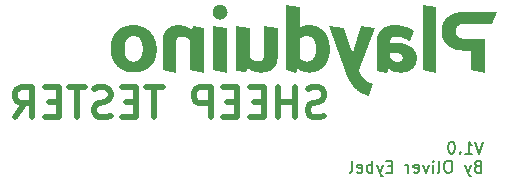
<source format=gbr>
%TF.GenerationSoftware,KiCad,Pcbnew,9.0.2*%
%TF.CreationDate,2025-11-22T23:03:57+01:00*%
%TF.ProjectId,playduino_sheep_tester,706c6179-6475-4696-9e6f-5f7368656570,rev?*%
%TF.SameCoordinates,Original*%
%TF.FileFunction,Legend,Bot*%
%TF.FilePolarity,Positive*%
%FSLAX46Y46*%
G04 Gerber Fmt 4.6, Leading zero omitted, Abs format (unit mm)*
G04 Created by KiCad (PCBNEW 9.0.2) date 2025-11-22 23:03:57*
%MOMM*%
%LPD*%
G01*
G04 APERTURE LIST*
G04 Aperture macros list*
%AMRoundRect*
0 Rectangle with rounded corners*
0 $1 Rounding radius*
0 $2 $3 $4 $5 $6 $7 $8 $9 X,Y pos of 4 corners*
0 Add a 4 corners polygon primitive as box body*
4,1,4,$2,$3,$4,$5,$6,$7,$8,$9,$2,$3,0*
0 Add four circle primitives for the rounded corners*
1,1,$1+$1,$2,$3*
1,1,$1+$1,$4,$5*
1,1,$1+$1,$6,$7*
1,1,$1+$1,$8,$9*
0 Add four rect primitives between the rounded corners*
20,1,$1+$1,$2,$3,$4,$5,0*
20,1,$1+$1,$4,$5,$6,$7,0*
20,1,$1+$1,$6,$7,$8,$9,0*
20,1,$1+$1,$8,$9,$2,$3,0*%
G04 Aperture macros list end*
%ADD10C,0.000000*%
%ADD11C,0.500000*%
%ADD12C,0.200000*%
%ADD13C,1.498600*%
%ADD14RoundRect,0.249999X0.790001X1.550001X-0.790001X1.550001X-0.790001X-1.550001X0.790001X-1.550001X0*%
%ADD15O,2.080000X3.600000*%
%ADD16R,1.700000X1.700000*%
%ADD17C,1.700000*%
%ADD18R,1.800000X1.800000*%
%ADD19C,1.800000*%
%ADD20C,3.250000*%
%ADD21RoundRect,0.102000X-0.699000X-0.699000X0.699000X-0.699000X0.699000X0.699000X-0.699000X0.699000X0*%
%ADD22C,1.602000*%
%ADD23R,1.600000X1.600000*%
%ADD24C,1.600000*%
%ADD25RoundRect,0.102000X-0.762000X-0.762000X0.762000X-0.762000X0.762000X0.762000X-0.762000X0.762000X0*%
%ADD26C,1.728000*%
%ADD27C,6.404000*%
G04 APERTURE END LIST*
D10*
G36*
X170633896Y-83539750D02*
G01*
X170631793Y-83657309D01*
X170625504Y-83771798D01*
X170615060Y-83883125D01*
X170600493Y-83991196D01*
X170581833Y-84095918D01*
X170559111Y-84197199D01*
X170532358Y-84294944D01*
X170517480Y-84342463D01*
X170501606Y-84389063D01*
X170484365Y-84435261D01*
X170466377Y-84480587D01*
X170447637Y-84525037D01*
X170428142Y-84568607D01*
X170407886Y-84611294D01*
X170386868Y-84653093D01*
X170365081Y-84694001D01*
X170342524Y-84734013D01*
X170319192Y-84773126D01*
X170295080Y-84811336D01*
X170270185Y-84848640D01*
X170244504Y-84885032D01*
X170218032Y-84920510D01*
X170190766Y-84955069D01*
X170162701Y-84988706D01*
X170133834Y-85021417D01*
X170104194Y-85053226D01*
X170073827Y-85084152D01*
X170042746Y-85114178D01*
X170010967Y-85143290D01*
X169978507Y-85171472D01*
X169945379Y-85198708D01*
X169911601Y-85224983D01*
X169877187Y-85250281D01*
X169842153Y-85274587D01*
X169806514Y-85297886D01*
X169770287Y-85320161D01*
X169733485Y-85341397D01*
X169696126Y-85361579D01*
X169658224Y-85380692D01*
X169619794Y-85398719D01*
X169580854Y-85415646D01*
X169541538Y-85431520D01*
X169501975Y-85446398D01*
X169462163Y-85460277D01*
X169422103Y-85473151D01*
X169381796Y-85485018D01*
X169341240Y-85495873D01*
X169300436Y-85505713D01*
X169259384Y-85514534D01*
X169218085Y-85522331D01*
X169176537Y-85529101D01*
X169134741Y-85534841D01*
X169092697Y-85539545D01*
X169050405Y-85543211D01*
X169007864Y-85545834D01*
X168965076Y-85547411D01*
X168922040Y-85547937D01*
X168869487Y-85547349D01*
X168818000Y-85545586D01*
X168767590Y-85542653D01*
X168718270Y-85538553D01*
X168670050Y-85533290D01*
X168622942Y-85526869D01*
X168576958Y-85519293D01*
X168532110Y-85510565D01*
X168488409Y-85500690D01*
X168445867Y-85489672D01*
X168404496Y-85477515D01*
X168364306Y-85464222D01*
X168325311Y-85449797D01*
X168287520Y-85434244D01*
X168250947Y-85417567D01*
X168215602Y-85399770D01*
X168172334Y-85376335D01*
X168129902Y-85351691D01*
X168088401Y-85325868D01*
X168047923Y-85298898D01*
X168008561Y-85270812D01*
X167970409Y-85241641D01*
X167933559Y-85211415D01*
X167898104Y-85180166D01*
X167786977Y-85547937D01*
X166921790Y-85373312D01*
X166921790Y-82708959D01*
X168080666Y-82708959D01*
X168080666Y-84285875D01*
X168093285Y-84303549D01*
X168106333Y-84320850D01*
X168119809Y-84337779D01*
X168133706Y-84354336D01*
X168148023Y-84370522D01*
X168162754Y-84386335D01*
X168177896Y-84401775D01*
X168193445Y-84416844D01*
X168209397Y-84431541D01*
X168225748Y-84445866D01*
X168242494Y-84459818D01*
X168259632Y-84473399D01*
X168277158Y-84486607D01*
X168295067Y-84499444D01*
X168313356Y-84511908D01*
X168332021Y-84524000D01*
X168351150Y-84535098D01*
X168370830Y-84545565D01*
X168391052Y-84555388D01*
X168411809Y-84564556D01*
X168433093Y-84573057D01*
X168454897Y-84580881D01*
X168477212Y-84588014D01*
X168500031Y-84594446D01*
X168523346Y-84600164D01*
X168547149Y-84605158D01*
X168571433Y-84609416D01*
X168596190Y-84612925D01*
X168621412Y-84615675D01*
X168647091Y-84617654D01*
X168673220Y-84618849D01*
X168699791Y-84619251D01*
X168719077Y-84619003D01*
X168738239Y-84618264D01*
X168757277Y-84617036D01*
X168776190Y-84615323D01*
X168794980Y-84613130D01*
X168813645Y-84610460D01*
X168832187Y-84607318D01*
X168850604Y-84603706D01*
X168868898Y-84599630D01*
X168887067Y-84595092D01*
X168905112Y-84590097D01*
X168923034Y-84584648D01*
X168940831Y-84578750D01*
X168958504Y-84572406D01*
X168976053Y-84565620D01*
X168993479Y-84558396D01*
X169010222Y-84550706D01*
X169026717Y-84542516D01*
X169042964Y-84533822D01*
X169058963Y-84524621D01*
X169074714Y-84514907D01*
X169090217Y-84504679D01*
X169105472Y-84493931D01*
X169120479Y-84482659D01*
X169135238Y-84470861D01*
X169149748Y-84458532D01*
X169164011Y-84445667D01*
X169178026Y-84432265D01*
X169191792Y-84418319D01*
X169205310Y-84403827D01*
X169218581Y-84388785D01*
X169231603Y-84373188D01*
X169244812Y-84356973D01*
X169257653Y-84340079D01*
X169270130Y-84322511D01*
X169282246Y-84304272D01*
X169294006Y-84285367D01*
X169305413Y-84265799D01*
X169316471Y-84245572D01*
X169327184Y-84224691D01*
X169337556Y-84203158D01*
X169347591Y-84180978D01*
X169357293Y-84158154D01*
X169366665Y-84134691D01*
X169375712Y-84110592D01*
X169384437Y-84085862D01*
X169392844Y-84060504D01*
X169400937Y-84034521D01*
X169409092Y-84007362D01*
X169416694Y-83979470D01*
X169423744Y-83950858D01*
X169430249Y-83921536D01*
X169436210Y-83891516D01*
X169441633Y-83860811D01*
X169450878Y-83797388D01*
X169458015Y-83731361D01*
X169463074Y-83662823D01*
X169466087Y-83591866D01*
X169467084Y-83518584D01*
X169465968Y-83445539D01*
X169462619Y-83375254D01*
X169457038Y-83307759D01*
X169449224Y-83243086D01*
X169439178Y-83181266D01*
X169426899Y-83122329D01*
X169412388Y-83066307D01*
X169404296Y-83039398D01*
X169395645Y-83013230D01*
X169386531Y-82988238D01*
X169377052Y-82963863D01*
X169367217Y-82940101D01*
X169357033Y-82916946D01*
X169346508Y-82894397D01*
X169335649Y-82872448D01*
X169324465Y-82851096D01*
X169312963Y-82830336D01*
X169301151Y-82810167D01*
X169289037Y-82790582D01*
X169276628Y-82771578D01*
X169263933Y-82753153D01*
X169250958Y-82735300D01*
X169237712Y-82718018D01*
X169224203Y-82701301D01*
X169210437Y-82685146D01*
X169196423Y-82670483D01*
X169182160Y-82656264D01*
X169167649Y-82642504D01*
X169152891Y-82629212D01*
X169137884Y-82616401D01*
X169122629Y-82604082D01*
X169107126Y-82592266D01*
X169091375Y-82580967D01*
X169075376Y-82570194D01*
X169059129Y-82559960D01*
X169042634Y-82550277D01*
X169025891Y-82541155D01*
X169008900Y-82532607D01*
X168991661Y-82524645D01*
X168974173Y-82517279D01*
X168956438Y-82510521D01*
X168937990Y-82503793D01*
X168919360Y-82497499D01*
X168900552Y-82491639D01*
X168881569Y-82486213D01*
X168862416Y-82481221D01*
X168843096Y-82476663D01*
X168823613Y-82472539D01*
X168803972Y-82468850D01*
X168784175Y-82465594D01*
X168764227Y-82462772D01*
X168744132Y-82460385D01*
X168723894Y-82458432D01*
X168703516Y-82456912D01*
X168683002Y-82455827D01*
X168662357Y-82455176D01*
X168641584Y-82454959D01*
X168619354Y-82455268D01*
X168597317Y-82456194D01*
X168575483Y-82457732D01*
X168553857Y-82459879D01*
X168532449Y-82462630D01*
X168511266Y-82465982D01*
X168490315Y-82469930D01*
X168469604Y-82474472D01*
X168449141Y-82479603D01*
X168428935Y-82485319D01*
X168408991Y-82491616D01*
X168389319Y-82498491D01*
X168369927Y-82505940D01*
X168350820Y-82513958D01*
X168332009Y-82522542D01*
X168313500Y-82531688D01*
X168297223Y-82540307D01*
X168281140Y-82549289D01*
X168265258Y-82558628D01*
X168249586Y-82568316D01*
X168234131Y-82578346D01*
X168218901Y-82588708D01*
X168203903Y-82599396D01*
X168189145Y-82610402D01*
X168174636Y-82621718D01*
X168160382Y-82633336D01*
X168146392Y-82645248D01*
X168132673Y-82657448D01*
X168119233Y-82669926D01*
X168106080Y-82682676D01*
X168093222Y-82695690D01*
X168080666Y-82708959D01*
X166921790Y-82708959D01*
X166921790Y-79787959D01*
X168078022Y-79965230D01*
X168078022Y-81716771D01*
X168104945Y-81702255D01*
X168132178Y-81688453D01*
X168159784Y-81675332D01*
X168187823Y-81662863D01*
X168216359Y-81651013D01*
X168245452Y-81639753D01*
X168275166Y-81629051D01*
X168305562Y-81618876D01*
X168337961Y-81608303D01*
X168370659Y-81598412D01*
X168403643Y-81589203D01*
X168436903Y-81580677D01*
X168470426Y-81572832D01*
X168504201Y-81565670D01*
X168572460Y-81553391D01*
X168641588Y-81543841D01*
X168711491Y-81537020D01*
X168782076Y-81532927D01*
X168853250Y-81531563D01*
X168904563Y-81532121D01*
X168955306Y-81533796D01*
X169005468Y-81536586D01*
X169055036Y-81540493D01*
X169104001Y-81545516D01*
X169152348Y-81551655D01*
X169200068Y-81558910D01*
X169247149Y-81567282D01*
X169293578Y-81576770D01*
X169339345Y-81587374D01*
X169384437Y-81599094D01*
X169428843Y-81611930D01*
X169472552Y-81625883D01*
X169515551Y-81640952D01*
X169557829Y-81657137D01*
X169599375Y-81674438D01*
X169640674Y-81693259D01*
X169681225Y-81713015D01*
X169721024Y-81733708D01*
X169760068Y-81755343D01*
X169798352Y-81777923D01*
X169835872Y-81801454D01*
X169872625Y-81825937D01*
X169908607Y-81851378D01*
X169943813Y-81877780D01*
X169978241Y-81905147D01*
X170011885Y-81933484D01*
X170044743Y-81962793D01*
X170076810Y-81993078D01*
X170108082Y-82024344D01*
X170138557Y-82056595D01*
X170168228Y-82089834D01*
X170196568Y-82123505D01*
X170224039Y-82158036D01*
X170250642Y-82193421D01*
X170276377Y-82229650D01*
X170301244Y-82266716D01*
X170325243Y-82304611D01*
X170348373Y-82343329D01*
X170370636Y-82382860D01*
X170392030Y-82423197D01*
X170412556Y-82464333D01*
X170432213Y-82506259D01*
X170451003Y-82548969D01*
X170468924Y-82592453D01*
X170485977Y-82636705D01*
X170502162Y-82681716D01*
X170517479Y-82727480D01*
X170544512Y-82820115D01*
X170568040Y-82915417D01*
X170588034Y-83013323D01*
X170604462Y-83113771D01*
X170617293Y-83216701D01*
X170626496Y-83322048D01*
X170632041Y-83429752D01*
X170633539Y-83518584D01*
X170633896Y-83539750D01*
G37*
G36*
X179632374Y-79965230D02*
G01*
X179632374Y-85547938D01*
X178489374Y-85370667D01*
X178489374Y-79787959D01*
X179632374Y-79965230D01*
G37*
G36*
X161371385Y-79804657D02*
G01*
X161403275Y-79807098D01*
X161434711Y-79811118D01*
X161465655Y-79816676D01*
X161496066Y-79823731D01*
X161525904Y-79832245D01*
X161555128Y-79842176D01*
X161583699Y-79853485D01*
X161611576Y-79866130D01*
X161638720Y-79880073D01*
X161665089Y-79895272D01*
X161690643Y-79911688D01*
X161715344Y-79929280D01*
X161739149Y-79948008D01*
X161762019Y-79967832D01*
X161783914Y-79988712D01*
X161804794Y-80010607D01*
X161824618Y-80033477D01*
X161843346Y-80057282D01*
X161860938Y-80081982D01*
X161877353Y-80107537D01*
X161892553Y-80133906D01*
X161906495Y-80161050D01*
X161919141Y-80188927D01*
X161930449Y-80217498D01*
X161940380Y-80246722D01*
X161948894Y-80276560D01*
X161955950Y-80306971D01*
X161961508Y-80337915D01*
X161965527Y-80369352D01*
X161967969Y-80401241D01*
X161968791Y-80433542D01*
X161967969Y-80465844D01*
X161965527Y-80497733D01*
X161961508Y-80529169D01*
X161955950Y-80560113D01*
X161948894Y-80590524D01*
X161940380Y-80620362D01*
X161930449Y-80649587D01*
X161919141Y-80678158D01*
X161906495Y-80706035D01*
X161892553Y-80733178D01*
X161877353Y-80759547D01*
X161860938Y-80785102D01*
X161843346Y-80809802D01*
X161824618Y-80833608D01*
X161804794Y-80856478D01*
X161783914Y-80878373D01*
X161762019Y-80899253D01*
X161739149Y-80919077D01*
X161715344Y-80937805D01*
X161690643Y-80955397D01*
X161665089Y-80971812D01*
X161638720Y-80987012D01*
X161611576Y-81000954D01*
X161583699Y-81013600D01*
X161555128Y-81024908D01*
X161525904Y-81034839D01*
X161496066Y-81043353D01*
X161465655Y-81050409D01*
X161434711Y-81055967D01*
X161403275Y-81059987D01*
X161371385Y-81062428D01*
X161339084Y-81063251D01*
X161306783Y-81062435D01*
X161274893Y-81060016D01*
X161243457Y-81056030D01*
X161212513Y-81050517D01*
X161182102Y-81043517D01*
X161152264Y-81035066D01*
X161123039Y-81025205D01*
X161094468Y-81013972D01*
X161066591Y-81001405D01*
X161039448Y-80987545D01*
X161013078Y-80972428D01*
X160987524Y-80956094D01*
X160962824Y-80938582D01*
X160939018Y-80919931D01*
X160916148Y-80900179D01*
X160894253Y-80879365D01*
X160873373Y-80857528D01*
X160853549Y-80834706D01*
X160834821Y-80810939D01*
X160817229Y-80786265D01*
X160800813Y-80760723D01*
X160785614Y-80734351D01*
X160771672Y-80707188D01*
X160759026Y-80679274D01*
X160747717Y-80650647D01*
X160737786Y-80621345D01*
X160729273Y-80591407D01*
X160722217Y-80560873D01*
X160716659Y-80529781D01*
X160712639Y-80498169D01*
X160710198Y-80466076D01*
X160709375Y-80433542D01*
X160710431Y-80401241D01*
X160713075Y-80369352D01*
X160717270Y-80337915D01*
X160722977Y-80306971D01*
X160730156Y-80276560D01*
X160738769Y-80246722D01*
X160748777Y-80217498D01*
X160760142Y-80188927D01*
X160772825Y-80161049D01*
X160786787Y-80133906D01*
X160801988Y-80107537D01*
X160818392Y-80081982D01*
X160835958Y-80057282D01*
X160854648Y-80033477D01*
X160874423Y-80010607D01*
X160895245Y-79988712D01*
X160917074Y-79967832D01*
X160939873Y-79948008D01*
X160963601Y-79929280D01*
X160988221Y-79911688D01*
X161013694Y-79895272D01*
X161039981Y-79880073D01*
X161067042Y-79866130D01*
X161094840Y-79853485D01*
X161123336Y-79842176D01*
X161152491Y-79832245D01*
X161182265Y-79823731D01*
X161212621Y-79816676D01*
X161243520Y-79811118D01*
X161274923Y-79807098D01*
X161306790Y-79804657D01*
X161339084Y-79803834D01*
X161371385Y-79804657D01*
G37*
G36*
X157868990Y-81532183D02*
G01*
X157917355Y-81534044D01*
X157965216Y-81537144D01*
X158012569Y-81541485D01*
X158059410Y-81547066D01*
X158105737Y-81553887D01*
X158151543Y-81561949D01*
X158196827Y-81571251D01*
X158241583Y-81581793D01*
X158285809Y-81593575D01*
X158329499Y-81606597D01*
X158372651Y-81620860D01*
X158415260Y-81636363D01*
X158457323Y-81653106D01*
X158498836Y-81671089D01*
X158539794Y-81690313D01*
X158594229Y-81718089D01*
X158648355Y-81747819D01*
X158702108Y-81779470D01*
X158755428Y-81813014D01*
X158808251Y-81848417D01*
X158860516Y-81885650D01*
X158912161Y-81924681D01*
X158963124Y-81965480D01*
X159053084Y-81592417D01*
X159984418Y-81772334D01*
X159984418Y-85550584D01*
X158825542Y-85373314D01*
X158825542Y-82851834D01*
X158805575Y-82832704D01*
X158785364Y-82814007D01*
X158764912Y-82795745D01*
X158744225Y-82777916D01*
X158723304Y-82760522D01*
X158702155Y-82743562D01*
X158680781Y-82727036D01*
X158659186Y-82710944D01*
X158637374Y-82695286D01*
X158615348Y-82680062D01*
X158593114Y-82665272D01*
X158570674Y-82650916D01*
X158548033Y-82636995D01*
X158525194Y-82623507D01*
X158502161Y-82610454D01*
X158478939Y-82597834D01*
X158454136Y-82585339D01*
X158429345Y-82573650D01*
X158404577Y-82562767D01*
X158379845Y-82552690D01*
X158355158Y-82543419D01*
X158330530Y-82534954D01*
X158305972Y-82527296D01*
X158281494Y-82520444D01*
X158257110Y-82514398D01*
X158232831Y-82509158D01*
X158208667Y-82504724D01*
X158184632Y-82501096D01*
X158160736Y-82498275D01*
X158136991Y-82496259D01*
X158113409Y-82495050D01*
X158090001Y-82494647D01*
X158060791Y-82495144D01*
X158032682Y-82496642D01*
X158005658Y-82499147D01*
X157979704Y-82502667D01*
X157954803Y-82507211D01*
X157930942Y-82512785D01*
X157908104Y-82519399D01*
X157886273Y-82527058D01*
X157865435Y-82535772D01*
X157845573Y-82545548D01*
X157826672Y-82556394D01*
X157808717Y-82568317D01*
X157791692Y-82581325D01*
X157775582Y-82595426D01*
X157760371Y-82610628D01*
X157746044Y-82626939D01*
X157731626Y-82645200D01*
X157718138Y-82664259D01*
X157705580Y-82684109D01*
X157693953Y-82704743D01*
X157683256Y-82726151D01*
X157673489Y-82748326D01*
X157664652Y-82771262D01*
X157656745Y-82794949D01*
X157649769Y-82819380D01*
X157643723Y-82844548D01*
X157638607Y-82870444D01*
X157634421Y-82897062D01*
X157631165Y-82924392D01*
X157628840Y-82952428D01*
X157627444Y-82981161D01*
X157626979Y-83010584D01*
X157626979Y-85550584D01*
X156468105Y-85373314D01*
X156468105Y-82904751D01*
X156469500Y-82825440D01*
X156473686Y-82748249D01*
X156480662Y-82673190D01*
X156490429Y-82600273D01*
X156502986Y-82529512D01*
X156518334Y-82460918D01*
X156536472Y-82394501D01*
X156557401Y-82330274D01*
X156581121Y-82268249D01*
X156607631Y-82208437D01*
X156636931Y-82150849D01*
X156669022Y-82095498D01*
X156703904Y-82042395D01*
X156741576Y-81991551D01*
X156782038Y-81942978D01*
X156825292Y-81896689D01*
X156870154Y-81852474D01*
X156917415Y-81811112D01*
X156967056Y-81772603D01*
X157019058Y-81736946D01*
X157073400Y-81704142D01*
X157130064Y-81674190D01*
X157189030Y-81647091D01*
X157250279Y-81622844D01*
X157313791Y-81601450D01*
X157379547Y-81582909D01*
X157447528Y-81567220D01*
X157517714Y-81554383D01*
X157590087Y-81544400D01*
X157664625Y-81537268D01*
X157741311Y-81532989D01*
X157820125Y-81531563D01*
X157868990Y-81532183D01*
G37*
G36*
X166215354Y-81767042D02*
G01*
X166215354Y-84140355D01*
X166213836Y-84225432D01*
X166209287Y-84308014D01*
X166201715Y-84388084D01*
X166191128Y-84465627D01*
X166177533Y-84540627D01*
X166160938Y-84613070D01*
X166141352Y-84682939D01*
X166118781Y-84750219D01*
X166093233Y-84814895D01*
X166064717Y-84876950D01*
X166033239Y-84936371D01*
X165998809Y-84993140D01*
X165961432Y-85047242D01*
X165921118Y-85098663D01*
X165877874Y-85147386D01*
X165831708Y-85193396D01*
X165783589Y-85236184D01*
X165733497Y-85276239D01*
X165681444Y-85313558D01*
X165627441Y-85348136D01*
X165571501Y-85379971D01*
X165513634Y-85409058D01*
X165453853Y-85435392D01*
X165392169Y-85458972D01*
X165328593Y-85479792D01*
X165263138Y-85497848D01*
X165195815Y-85513137D01*
X165126635Y-85525655D01*
X165055610Y-85535398D01*
X164982752Y-85542362D01*
X164908072Y-85546543D01*
X164831583Y-85547938D01*
X164774070Y-85547256D01*
X164717626Y-85545215D01*
X164662268Y-85541816D01*
X164608010Y-85537065D01*
X164554869Y-85530965D01*
X164502859Y-85523521D01*
X164451996Y-85514735D01*
X164402297Y-85504612D01*
X164353775Y-85493156D01*
X164306448Y-85480371D01*
X164260329Y-85466260D01*
X164215435Y-85450827D01*
X164171782Y-85434077D01*
X164129384Y-85416013D01*
X164088258Y-85396639D01*
X164048418Y-85375959D01*
X163998566Y-85348808D01*
X163950233Y-85320975D01*
X163903450Y-85292522D01*
X163858249Y-85263511D01*
X163814660Y-85234004D01*
X163772714Y-85204062D01*
X163732442Y-85173749D01*
X163693875Y-85143125D01*
X163572167Y-85540000D01*
X162704334Y-85375959D01*
X162704334Y-81589771D01*
X163863208Y-81767042D01*
X163857917Y-84272646D01*
X163873947Y-84289359D01*
X163890292Y-84305761D01*
X163906955Y-84321853D01*
X163923939Y-84337635D01*
X163941249Y-84353107D01*
X163958888Y-84368268D01*
X163976860Y-84383120D01*
X163995170Y-84397662D01*
X164013821Y-84411894D01*
X164032816Y-84425815D01*
X164052161Y-84439427D01*
X164071858Y-84452728D01*
X164091911Y-84465720D01*
X164112325Y-84478401D01*
X164133103Y-84490772D01*
X164154250Y-84502834D01*
X164176853Y-84514863D01*
X164200009Y-84526145D01*
X164223717Y-84536675D01*
X164247971Y-84546449D01*
X164272767Y-84555463D01*
X164298102Y-84563714D01*
X164323972Y-84571197D01*
X164350373Y-84577909D01*
X164377301Y-84583846D01*
X164404752Y-84589004D01*
X164432723Y-84593379D01*
X164461209Y-84596967D01*
X164490206Y-84599765D01*
X164519711Y-84601768D01*
X164549720Y-84602973D01*
X164580229Y-84603375D01*
X164607144Y-84602910D01*
X164633327Y-84601510D01*
X164658788Y-84599172D01*
X164683541Y-84595893D01*
X164707595Y-84591667D01*
X164730964Y-84586493D01*
X164753658Y-84580365D01*
X164775690Y-84573279D01*
X164797070Y-84565232D01*
X164817811Y-84556221D01*
X164837924Y-84546240D01*
X164857421Y-84535287D01*
X164876313Y-84523356D01*
X164894613Y-84510446D01*
X164912331Y-84496551D01*
X164929479Y-84481667D01*
X164937292Y-84474272D01*
X164944858Y-84466475D01*
X164952175Y-84458277D01*
X164959245Y-84449679D01*
X164972639Y-84431286D01*
X164985042Y-84411304D01*
X164996452Y-84389741D01*
X165006870Y-84366604D01*
X165016296Y-84341902D01*
X165024729Y-84315641D01*
X165032171Y-84287830D01*
X165038620Y-84258476D01*
X165044077Y-84227588D01*
X165048542Y-84195173D01*
X165052014Y-84161238D01*
X165054495Y-84125792D01*
X165055983Y-84088842D01*
X165056479Y-84050396D01*
X165056479Y-81589771D01*
X166215354Y-81767042D01*
G37*
G36*
X161918521Y-81767042D02*
G01*
X161918521Y-85547938D01*
X160759647Y-85370667D01*
X160759647Y-81595063D01*
X161918521Y-81767042D01*
G37*
G36*
X171853626Y-81767042D02*
G01*
X172435708Y-83526521D01*
X172568000Y-84000125D01*
X172705583Y-83526521D01*
X173269146Y-81595063D01*
X174454479Y-81772334D01*
X173118333Y-85341563D01*
X173142146Y-85426229D01*
X173157587Y-85474784D01*
X173174144Y-85522223D01*
X173191817Y-85568546D01*
X173210607Y-85613753D01*
X173230512Y-85657843D01*
X173251534Y-85700817D01*
X173273672Y-85742675D01*
X173296927Y-85783417D01*
X173321297Y-85823042D01*
X173346784Y-85861551D01*
X173373387Y-85898945D01*
X173401106Y-85935221D01*
X173429942Y-85970382D01*
X173459894Y-86004426D01*
X173490961Y-86037355D01*
X173523146Y-86069167D01*
X173556818Y-86100512D01*
X173591358Y-86131039D01*
X173626767Y-86160737D01*
X173663044Y-86189593D01*
X173700189Y-86217598D01*
X173738202Y-86244737D01*
X173777083Y-86271001D01*
X173816833Y-86296378D01*
X173857450Y-86320855D01*
X173898936Y-86344421D01*
X173941290Y-86367065D01*
X173984512Y-86388775D01*
X174028602Y-86409540D01*
X174073561Y-86429347D01*
X174119387Y-86448185D01*
X174166082Y-86466042D01*
X174308957Y-86518959D01*
X173946478Y-87495271D01*
X173697769Y-87418541D01*
X173613994Y-87388717D01*
X173532343Y-87356804D01*
X173452831Y-87322821D01*
X173375474Y-87286787D01*
X173300287Y-87248723D01*
X173227287Y-87208648D01*
X173156487Y-87166580D01*
X173087905Y-87122539D01*
X173021555Y-87076545D01*
X172957453Y-87028617D01*
X172895615Y-86978775D01*
X172836055Y-86927037D01*
X172778790Y-86873423D01*
X172723834Y-86817953D01*
X172671204Y-86760646D01*
X172620916Y-86701521D01*
X172573385Y-86641744D01*
X172527040Y-86580490D01*
X172481889Y-86517771D01*
X172437939Y-86453598D01*
X172395199Y-86387984D01*
X172353676Y-86320939D01*
X172313377Y-86252477D01*
X172274311Y-86182607D01*
X172236485Y-86111342D01*
X172199907Y-86038693D01*
X172164585Y-85964672D01*
X172130526Y-85889291D01*
X172097739Y-85812562D01*
X172066231Y-85734495D01*
X172036009Y-85655102D01*
X172007082Y-85574396D01*
X170594208Y-81587125D01*
X171853626Y-81767042D01*
G37*
G36*
X155975978Y-83582084D02*
G01*
X155975391Y-83639783D01*
X155973632Y-83696785D01*
X155970711Y-83753073D01*
X155966635Y-83808633D01*
X155961412Y-83863449D01*
X155955049Y-83917505D01*
X155947555Y-83970786D01*
X155938937Y-84023276D01*
X155929202Y-84074960D01*
X155918359Y-84125823D01*
X155906415Y-84175848D01*
X155893379Y-84225021D01*
X155879257Y-84273325D01*
X155864058Y-84320746D01*
X155847789Y-84367268D01*
X155830458Y-84412875D01*
X155811639Y-84458547D01*
X155791893Y-84503288D01*
X155771224Y-84547099D01*
X155749637Y-84589981D01*
X155727135Y-84631931D01*
X155703722Y-84672952D01*
X155679403Y-84713043D01*
X155654180Y-84752203D01*
X155628058Y-84790433D01*
X155601041Y-84827734D01*
X155573132Y-84864103D01*
X155544336Y-84899543D01*
X155514656Y-84934053D01*
X155484097Y-84967632D01*
X155452661Y-85000281D01*
X155420354Y-85032000D01*
X155387211Y-85062789D01*
X155353273Y-85092647D01*
X155318552Y-85121576D01*
X155283060Y-85149574D01*
X155246809Y-85176642D01*
X155209809Y-85202780D01*
X155172073Y-85227988D01*
X155133612Y-85252266D01*
X155094438Y-85275613D01*
X155054562Y-85298030D01*
X155013997Y-85319517D01*
X154972753Y-85340074D01*
X154930843Y-85359701D01*
X154888278Y-85378397D01*
X154845069Y-85396164D01*
X154801229Y-85413000D01*
X154757265Y-85428408D01*
X154712702Y-85442879D01*
X154667556Y-85456404D01*
X154621849Y-85468976D01*
X154575600Y-85480586D01*
X154528827Y-85491227D01*
X154481550Y-85500892D01*
X154433789Y-85509573D01*
X154385563Y-85517261D01*
X154336891Y-85523949D01*
X154287792Y-85529629D01*
X154238287Y-85534294D01*
X154188394Y-85537936D01*
X154138133Y-85540547D01*
X154087523Y-85542120D01*
X154036583Y-85542645D01*
X153985642Y-85542089D01*
X153935023Y-85540423D01*
X153884738Y-85537657D01*
X153834797Y-85533798D01*
X153785213Y-85528854D01*
X153735997Y-85522833D01*
X153687161Y-85515741D01*
X153638716Y-85507588D01*
X153590675Y-85498381D01*
X153543048Y-85488127D01*
X153495847Y-85476834D01*
X153449085Y-85464511D01*
X153402772Y-85451164D01*
X153356920Y-85436802D01*
X153311541Y-85421432D01*
X153266646Y-85405062D01*
X153222309Y-85387204D01*
X153178600Y-85368362D01*
X153135526Y-85348542D01*
X153093096Y-85327754D01*
X153051316Y-85306005D01*
X153010196Y-85283302D01*
X152969742Y-85259654D01*
X152929963Y-85235067D01*
X152890866Y-85209551D01*
X152852459Y-85183112D01*
X152814749Y-85155758D01*
X152777745Y-85127498D01*
X152741454Y-85098338D01*
X152705884Y-85068287D01*
X152671042Y-85037352D01*
X152636937Y-85005541D01*
X152603638Y-84972304D01*
X152571220Y-84938083D01*
X152539692Y-84902885D01*
X152509068Y-84866718D01*
X152479359Y-84829589D01*
X152450575Y-84791508D01*
X152422730Y-84752480D01*
X152395835Y-84712515D01*
X152369900Y-84671620D01*
X152344938Y-84629802D01*
X152320961Y-84587069D01*
X152297980Y-84543430D01*
X152276006Y-84498891D01*
X152255051Y-84453461D01*
X152235128Y-84407148D01*
X152216246Y-84359958D01*
X152197984Y-84312398D01*
X152180900Y-84263984D01*
X152164995Y-84214734D01*
X152150267Y-84164662D01*
X152136718Y-84113784D01*
X152124347Y-84062116D01*
X152113154Y-84009672D01*
X152103139Y-83956468D01*
X152094303Y-83902521D01*
X152086645Y-83847845D01*
X152080165Y-83792455D01*
X152074863Y-83736368D01*
X152070739Y-83679599D01*
X152067794Y-83622163D01*
X152066027Y-83564077D01*
X152065863Y-83547688D01*
X153250771Y-83547688D01*
X153251882Y-83626433D01*
X153255194Y-83701891D01*
X153260677Y-83774000D01*
X153268299Y-83842698D01*
X153278030Y-83907924D01*
X153289838Y-83969616D01*
X153303691Y-84027710D01*
X153319561Y-84082146D01*
X153328149Y-84107601D01*
X153337043Y-84132371D01*
X153346240Y-84156450D01*
X153355735Y-84179835D01*
X153365524Y-84202523D01*
X153375604Y-84224510D01*
X153385972Y-84245791D01*
X153396622Y-84266363D01*
X153407551Y-84286221D01*
X153418755Y-84305363D01*
X153430231Y-84323783D01*
X153441974Y-84341479D01*
X153453980Y-84358447D01*
X153466246Y-84374681D01*
X153478768Y-84390180D01*
X153491542Y-84404938D01*
X153504098Y-84418581D01*
X153516956Y-84431732D01*
X153530109Y-84444395D01*
X153543549Y-84456573D01*
X153557267Y-84468271D01*
X153571257Y-84479491D01*
X153585511Y-84490240D01*
X153600021Y-84500519D01*
X153614778Y-84510333D01*
X153629776Y-84519685D01*
X153645007Y-84528581D01*
X153660462Y-84537023D01*
X153676134Y-84545015D01*
X153692016Y-84552562D01*
X153708099Y-84559667D01*
X153724376Y-84566334D01*
X153760240Y-84578861D01*
X153796361Y-84589655D01*
X153832682Y-84598721D01*
X153869152Y-84606063D01*
X153905714Y-84611683D01*
X153942315Y-84615587D01*
X153978901Y-84617777D01*
X154015417Y-84618258D01*
X154051809Y-84617034D01*
X154088022Y-84614109D01*
X154124004Y-84609486D01*
X154159698Y-84603169D01*
X154195051Y-84595162D01*
X154230009Y-84585470D01*
X154264517Y-84574095D01*
X154298522Y-84561042D01*
X154315265Y-84553819D01*
X154331765Y-84546041D01*
X154348024Y-84537712D01*
X154364047Y-84528838D01*
X154379837Y-84519420D01*
X154395399Y-84509464D01*
X154410735Y-84498973D01*
X154425851Y-84487951D01*
X154440750Y-84476402D01*
X154455436Y-84464330D01*
X154469912Y-84451738D01*
X154484183Y-84438631D01*
X154498253Y-84425013D01*
X154512124Y-84410886D01*
X154525802Y-84396256D01*
X154539290Y-84381126D01*
X154552996Y-84364912D01*
X154566333Y-84348032D01*
X154579305Y-84330501D01*
X154591918Y-84312334D01*
X154604173Y-84293547D01*
X154616076Y-84274155D01*
X154627630Y-84254175D01*
X154638840Y-84233620D01*
X154649708Y-84212508D01*
X154660239Y-84190853D01*
X154670436Y-84168671D01*
X154680304Y-84145977D01*
X154689847Y-84122787D01*
X154699068Y-84099117D01*
X154707971Y-84074982D01*
X154716561Y-84050396D01*
X154724745Y-84024694D01*
X154732430Y-83998193D01*
X154739611Y-83970901D01*
X154746284Y-83942827D01*
X154752445Y-83913977D01*
X154758091Y-83884360D01*
X154763218Y-83853983D01*
X154767822Y-83822855D01*
X154771898Y-83790982D01*
X154775444Y-83758373D01*
X154780927Y-83690976D01*
X154784239Y-83620727D01*
X154785350Y-83547688D01*
X154784239Y-83467838D01*
X154780927Y-83391088D01*
X154775444Y-83317563D01*
X154767822Y-83247386D01*
X154758091Y-83180682D01*
X154746284Y-83117575D01*
X154732430Y-83058188D01*
X154716561Y-83002646D01*
X154707973Y-82976695D01*
X154699078Y-82951430D01*
X154689882Y-82926855D01*
X154680387Y-82902973D01*
X154670597Y-82879789D01*
X154660517Y-82857306D01*
X154650150Y-82835529D01*
X154639500Y-82814462D01*
X154628571Y-82794107D01*
X154617367Y-82774469D01*
X154605892Y-82755552D01*
X154594149Y-82737360D01*
X154582143Y-82719897D01*
X154569877Y-82703166D01*
X154557355Y-82687172D01*
X154544582Y-82671917D01*
X154532056Y-82657810D01*
X154519286Y-82644260D01*
X154506276Y-82631269D01*
X154493029Y-82618835D01*
X154479549Y-82606960D01*
X154465841Y-82595643D01*
X154451909Y-82584884D01*
X154437755Y-82574683D01*
X154423384Y-82565040D01*
X154408801Y-82555955D01*
X154394008Y-82547429D01*
X154379009Y-82539460D01*
X154363809Y-82532050D01*
X154348412Y-82525198D01*
X154332821Y-82518904D01*
X154317040Y-82513167D01*
X154282070Y-82501892D01*
X154246635Y-82491918D01*
X154210767Y-82483309D01*
X154174495Y-82476126D01*
X154156218Y-82473088D01*
X154137851Y-82470431D01*
X154119399Y-82468161D01*
X154100866Y-82466286D01*
X154082255Y-82464815D01*
X154063571Y-82463754D01*
X154044817Y-82463112D01*
X154025997Y-82462896D01*
X154007643Y-82463114D01*
X153989297Y-82463770D01*
X153970966Y-82464867D01*
X153952658Y-82466410D01*
X153934382Y-82468403D01*
X153916144Y-82470849D01*
X153897952Y-82473753D01*
X153879815Y-82477118D01*
X153861740Y-82480948D01*
X153843735Y-82485247D01*
X153825807Y-82490018D01*
X153807964Y-82495267D01*
X153790215Y-82500996D01*
X153772566Y-82507209D01*
X153755026Y-82513911D01*
X153737603Y-82521105D01*
X153720858Y-82528328D01*
X153704359Y-82536101D01*
X153688099Y-82544417D01*
X153672076Y-82553268D01*
X153656285Y-82562646D01*
X153640723Y-82572544D01*
X153625386Y-82582952D01*
X153610270Y-82593865D01*
X153595371Y-82605274D01*
X153580685Y-82617171D01*
X153566209Y-82629549D01*
X153551938Y-82642400D01*
X153537868Y-82655715D01*
X153523997Y-82669488D01*
X153510319Y-82683711D01*
X153496831Y-82698376D01*
X153483591Y-82714095D01*
X153470658Y-82730492D01*
X153458026Y-82747564D01*
X153445693Y-82765307D01*
X153433654Y-82783716D01*
X153421907Y-82802788D01*
X153410445Y-82822518D01*
X153399267Y-82842904D01*
X153388368Y-82863941D01*
X153377744Y-82885625D01*
X153367391Y-82907953D01*
X153357306Y-82930919D01*
X153347484Y-82954522D01*
X153337921Y-82978756D01*
X153328615Y-83003619D01*
X153319561Y-83029105D01*
X153311376Y-83055799D01*
X153303691Y-83083293D01*
X153296511Y-83111576D01*
X153289838Y-83140643D01*
X153283676Y-83170485D01*
X153278030Y-83201094D01*
X153272903Y-83232463D01*
X153268299Y-83264584D01*
X153260677Y-83331050D01*
X153255194Y-83400431D01*
X153251882Y-83472664D01*
X153250771Y-83547688D01*
X152065863Y-83547688D01*
X152065438Y-83505354D01*
X152066802Y-83388674D01*
X152069251Y-83331406D01*
X152072879Y-83274878D01*
X152077685Y-83219109D01*
X152083669Y-83164120D01*
X152090832Y-83109929D01*
X152099172Y-83056555D01*
X152108691Y-83004019D01*
X152119388Y-82952339D01*
X152131263Y-82901536D01*
X152144316Y-82851627D01*
X152158548Y-82802633D01*
X152173958Y-82754574D01*
X152190546Y-82707467D01*
X152208312Y-82661334D01*
X152227131Y-82616097D01*
X152246877Y-82571670D01*
X152267546Y-82528057D01*
X152289133Y-82485262D01*
X152311635Y-82443288D01*
X152335048Y-82402140D01*
X152359367Y-82361822D01*
X152384590Y-82322336D01*
X152410712Y-82283688D01*
X152437729Y-82245881D01*
X152465638Y-82208919D01*
X152494434Y-82172806D01*
X152524114Y-82137545D01*
X152554673Y-82103141D01*
X152586109Y-82069597D01*
X152618416Y-82036917D01*
X152651560Y-82005634D01*
X152685502Y-81975288D01*
X152720235Y-81945888D01*
X152755751Y-81917441D01*
X152792042Y-81889956D01*
X152829101Y-81863439D01*
X152866919Y-81837900D01*
X152905489Y-81813344D01*
X152944803Y-81789781D01*
X152984854Y-81767218D01*
X153025633Y-81745662D01*
X153067133Y-81725122D01*
X153109346Y-81705605D01*
X153152265Y-81687119D01*
X153195881Y-81669672D01*
X153240187Y-81653271D01*
X153284121Y-81638358D01*
X153328601Y-81624379D01*
X153373615Y-81611338D01*
X153419153Y-81599239D01*
X153465203Y-81588085D01*
X153511752Y-81577881D01*
X153558790Y-81568630D01*
X153606304Y-81560337D01*
X153654284Y-81553004D01*
X153702717Y-81546637D01*
X153751591Y-81541239D01*
X153800896Y-81536814D01*
X153850620Y-81533365D01*
X153900751Y-81530897D01*
X153951277Y-81529413D01*
X154002187Y-81528917D01*
X154053128Y-81529474D01*
X154103748Y-81531139D01*
X154154034Y-81533905D01*
X154203975Y-81537764D01*
X154253559Y-81542709D01*
X154302776Y-81548730D01*
X154351612Y-81555821D01*
X154400056Y-81563975D01*
X154448098Y-81573182D01*
X154495725Y-81583436D01*
X154542925Y-81594729D01*
X154589687Y-81607052D01*
X154636000Y-81620399D01*
X154681851Y-81634761D01*
X154727230Y-81650131D01*
X154772124Y-81666501D01*
X154816461Y-81684359D01*
X154860171Y-81703201D01*
X154903244Y-81723020D01*
X154945675Y-81743809D01*
X154987454Y-81765558D01*
X155028574Y-81788261D01*
X155069028Y-81811909D01*
X155108807Y-81836495D01*
X155147905Y-81862012D01*
X155186312Y-81888451D01*
X155224022Y-81915804D01*
X155261026Y-81944065D01*
X155297318Y-81973225D01*
X155332888Y-82003276D01*
X155367730Y-82034211D01*
X155401836Y-82066021D01*
X155435135Y-82099289D01*
X155467558Y-82133599D01*
X155499097Y-82168939D01*
X155529745Y-82205300D01*
X155559494Y-82242667D01*
X155588336Y-82281031D01*
X155616263Y-82320380D01*
X155643267Y-82360701D01*
X155669342Y-82401983D01*
X155694478Y-82444215D01*
X155718669Y-82487385D01*
X155741907Y-82531481D01*
X155764183Y-82576492D01*
X155785490Y-82622406D01*
X155805821Y-82669211D01*
X155825167Y-82716896D01*
X155843429Y-82764953D01*
X155860514Y-82813867D01*
X155876420Y-82863626D01*
X155891148Y-82914218D01*
X155904697Y-82965631D01*
X155917068Y-83017855D01*
X155928261Y-83070877D01*
X155938276Y-83124685D01*
X155947113Y-83179269D01*
X155954771Y-83234617D01*
X155961251Y-83290716D01*
X155966553Y-83347555D01*
X155970677Y-83405124D01*
X155973622Y-83463409D01*
X155975389Y-83522399D01*
X155975639Y-83547688D01*
X155975978Y-83582084D01*
G37*
G36*
X184384291Y-81396626D02*
G01*
X182132687Y-81396626D01*
X182090038Y-81397251D01*
X182047483Y-81399147D01*
X182005113Y-81402346D01*
X181963023Y-81406878D01*
X181921305Y-81412775D01*
X181880051Y-81420066D01*
X181839356Y-81428784D01*
X181799312Y-81438959D01*
X181780615Y-81444075D01*
X181762224Y-81449501D01*
X181744135Y-81455237D01*
X181726345Y-81461283D01*
X181708849Y-81467639D01*
X181691644Y-81474306D01*
X181674726Y-81481282D01*
X181658091Y-81488568D01*
X181641734Y-81496165D01*
X181625653Y-81504071D01*
X181609844Y-81512288D01*
X181594301Y-81520814D01*
X181579022Y-81529651D01*
X181564003Y-81538798D01*
X181549240Y-81548255D01*
X181534729Y-81558021D01*
X181521519Y-81567633D01*
X181508678Y-81577612D01*
X181496202Y-81587956D01*
X181484086Y-81598660D01*
X181472326Y-81609721D01*
X181460919Y-81621134D01*
X181449861Y-81632896D01*
X181439148Y-81645003D01*
X181428776Y-81657451D01*
X181418741Y-81670237D01*
X181409039Y-81683356D01*
X181399667Y-81696804D01*
X181390620Y-81710577D01*
X181381896Y-81724673D01*
X181373488Y-81739086D01*
X181365395Y-81753813D01*
X181357736Y-81768942D01*
X181350626Y-81784555D01*
X181344059Y-81800642D01*
X181338027Y-81817189D01*
X181332523Y-81834186D01*
X181327537Y-81851621D01*
X181323063Y-81869482D01*
X181319093Y-81887758D01*
X181315619Y-81906438D01*
X181312634Y-81925508D01*
X181310129Y-81944958D01*
X181308097Y-81964777D01*
X181306530Y-81984952D01*
X181305420Y-82005472D01*
X181304760Y-82026325D01*
X181304541Y-82047501D01*
X181304819Y-82071530D01*
X181305647Y-82095002D01*
X181307018Y-82117915D01*
X181308923Y-82140270D01*
X181311356Y-82162067D01*
X181314308Y-82183306D01*
X181317772Y-82203987D01*
X181321739Y-82224110D01*
X181326203Y-82243675D01*
X181331154Y-82262681D01*
X181336587Y-82281130D01*
X181342492Y-82299020D01*
X181348863Y-82316352D01*
X181355690Y-82333127D01*
X181362968Y-82349343D01*
X181370687Y-82365001D01*
X181379307Y-82380164D01*
X181388303Y-82394901D01*
X181397680Y-82409219D01*
X181407439Y-82423126D01*
X181417587Y-82436631D01*
X181428125Y-82449740D01*
X181439059Y-82462461D01*
X181450393Y-82474803D01*
X181462129Y-82486772D01*
X181474272Y-82498377D01*
X181486827Y-82509626D01*
X181499795Y-82520526D01*
X181513183Y-82531085D01*
X181526993Y-82541310D01*
X181541229Y-82551210D01*
X181555895Y-82560792D01*
X181571985Y-82570528D01*
X181588498Y-82579892D01*
X181605421Y-82588884D01*
X181622744Y-82597503D01*
X181640454Y-82605751D01*
X181658540Y-82613626D01*
X181676991Y-82621130D01*
X181695794Y-82628261D01*
X181714938Y-82635020D01*
X181734412Y-82641408D01*
X181754203Y-82647423D01*
X181774301Y-82653066D01*
X181794693Y-82658337D01*
X181815368Y-82663236D01*
X181836314Y-82667762D01*
X181857520Y-82671917D01*
X181903884Y-82680346D01*
X181951613Y-82687751D01*
X182000581Y-82694102D01*
X182050666Y-82699368D01*
X182101743Y-82703517D01*
X182153688Y-82706520D01*
X182206378Y-82708344D01*
X182259687Y-82708959D01*
X183746645Y-82708959D01*
X183746645Y-85547938D01*
X182558666Y-85370667D01*
X182558666Y-83693209D01*
X182087708Y-83693209D01*
X181985280Y-83691721D01*
X181884433Y-83687256D01*
X181785261Y-83679814D01*
X181687856Y-83669396D01*
X181592312Y-83656002D01*
X181498720Y-83639631D01*
X181407175Y-83620283D01*
X181317770Y-83597959D01*
X181272442Y-83585123D01*
X181227750Y-83571423D01*
X181183708Y-83556863D01*
X181140334Y-83541446D01*
X181097641Y-83525176D01*
X181055646Y-83508057D01*
X181014365Y-83490094D01*
X180973812Y-83471290D01*
X180934003Y-83451648D01*
X180894953Y-83431173D01*
X180856679Y-83409869D01*
X180819196Y-83387739D01*
X180782518Y-83364788D01*
X180746663Y-83341018D01*
X180711644Y-83316435D01*
X180677478Y-83291042D01*
X180643683Y-83264316D01*
X180610764Y-83236730D01*
X180578729Y-83208291D01*
X180547585Y-83179007D01*
X180517340Y-83148886D01*
X180488002Y-83117936D01*
X180459578Y-83086164D01*
X180432078Y-83053578D01*
X180405507Y-83020186D01*
X180379874Y-82985996D01*
X180355187Y-82951015D01*
X180331453Y-82915251D01*
X180308681Y-82878712D01*
X180286877Y-82841405D01*
X180266050Y-82803339D01*
X180246208Y-82764521D01*
X180226984Y-82724805D01*
X180209001Y-82684051D01*
X180192257Y-82642273D01*
X180176755Y-82599487D01*
X180162492Y-82555710D01*
X180149469Y-82510955D01*
X180137687Y-82465240D01*
X180127145Y-82418578D01*
X180117843Y-82370987D01*
X180109782Y-82322481D01*
X180102961Y-82273076D01*
X180097379Y-82222787D01*
X180093039Y-82171630D01*
X180089938Y-82119620D01*
X180088078Y-82066773D01*
X180087458Y-82013105D01*
X180088014Y-81966257D01*
X180089680Y-81919978D01*
X180092446Y-81874282D01*
X180096305Y-81829178D01*
X180101249Y-81784679D01*
X180107270Y-81740796D01*
X180114362Y-81697540D01*
X180122515Y-81654925D01*
X180131722Y-81612960D01*
X180141976Y-81571659D01*
X180153269Y-81531031D01*
X180165592Y-81491090D01*
X180178939Y-81451846D01*
X180193301Y-81413312D01*
X180208671Y-81375498D01*
X180225041Y-81338417D01*
X180242433Y-81301552D01*
X180260868Y-81265372D01*
X180280334Y-81229883D01*
X180300819Y-81195087D01*
X180322312Y-81160989D01*
X180344801Y-81127593D01*
X180368274Y-81094902D01*
X180392721Y-81062920D01*
X180418128Y-81031651D01*
X180444485Y-81001099D01*
X180471780Y-80971268D01*
X180500001Y-80942162D01*
X180529137Y-80913785D01*
X180559176Y-80886140D01*
X180590106Y-80859231D01*
X180621916Y-80833063D01*
X180654068Y-80808135D01*
X180687018Y-80783955D01*
X180720759Y-80760527D01*
X180755283Y-80737854D01*
X180790582Y-80715942D01*
X180826648Y-80694792D01*
X180863474Y-80674411D01*
X180901052Y-80654800D01*
X180939374Y-80635965D01*
X180978432Y-80617908D01*
X181018219Y-80600635D01*
X181058727Y-80584148D01*
X181099948Y-80568452D01*
X181141874Y-80553550D01*
X181184498Y-80539447D01*
X181227812Y-80526146D01*
X181315367Y-80501848D01*
X181405372Y-80480589D01*
X181497795Y-80462429D01*
X181592606Y-80447433D01*
X181689773Y-80435661D01*
X181789266Y-80427176D01*
X181891053Y-80422039D01*
X181995104Y-80420313D01*
X184746770Y-80420313D01*
X184384291Y-81396626D01*
G37*
G36*
X177991370Y-84296936D02*
G01*
X177991959Y-84338792D01*
X177990534Y-84404554D01*
X177986264Y-84468877D01*
X177979157Y-84531751D01*
X177969221Y-84593164D01*
X177956464Y-84653104D01*
X177940892Y-84711560D01*
X177922515Y-84768520D01*
X177901339Y-84823972D01*
X177877373Y-84877905D01*
X177850624Y-84930306D01*
X177821100Y-84981166D01*
X177788808Y-85030471D01*
X177753757Y-85078210D01*
X177715955Y-85124372D01*
X177675408Y-85168945D01*
X177632125Y-85211917D01*
X177586424Y-85252316D01*
X177538622Y-85290166D01*
X177488727Y-85325457D01*
X177436747Y-85358182D01*
X177382690Y-85388334D01*
X177326563Y-85415905D01*
X177268374Y-85440886D01*
X177208131Y-85463271D01*
X177145841Y-85483052D01*
X177081513Y-85500220D01*
X177015154Y-85514768D01*
X176946772Y-85526688D01*
X176876375Y-85535973D01*
X176803969Y-85542615D01*
X176729564Y-85546606D01*
X176653167Y-85547938D01*
X176574137Y-85546574D01*
X176496805Y-85542486D01*
X176421193Y-85535677D01*
X176347325Y-85526151D01*
X176275225Y-85513912D01*
X176204915Y-85498964D01*
X176136420Y-85481311D01*
X176069761Y-85460956D01*
X176004963Y-85437904D01*
X175942048Y-85412158D01*
X175881040Y-85383722D01*
X175821962Y-85352601D01*
X175764838Y-85318797D01*
X175709690Y-85282316D01*
X175656542Y-85243160D01*
X175605417Y-85201333D01*
X175504875Y-85547938D01*
X174600000Y-85375959D01*
X174600000Y-83865188D01*
X175753582Y-83865188D01*
X175753582Y-84312334D01*
X175767163Y-84330471D01*
X175781116Y-84348166D01*
X175795440Y-84365412D01*
X175810137Y-84382200D01*
X175825206Y-84398524D01*
X175840647Y-84414374D01*
X175856460Y-84429744D01*
X175872645Y-84444625D01*
X175889202Y-84459011D01*
X175906131Y-84472893D01*
X175923433Y-84486262D01*
X175941106Y-84499113D01*
X175959151Y-84511437D01*
X175977569Y-84523225D01*
X175996358Y-84534472D01*
X176015520Y-84545167D01*
X176057312Y-84566623D01*
X176100197Y-84585351D01*
X176143966Y-84601350D01*
X176188409Y-84614620D01*
X176233317Y-84625162D01*
X176278481Y-84632976D01*
X176323691Y-84638061D01*
X176368739Y-84640417D01*
X176413415Y-84640045D01*
X176457509Y-84636944D01*
X176500812Y-84631115D01*
X176543116Y-84622558D01*
X176584210Y-84611271D01*
X176623886Y-84597257D01*
X176661934Y-84580514D01*
X176698145Y-84561042D01*
X176704493Y-84557174D01*
X176710640Y-84553012D01*
X176716586Y-84548556D01*
X176722329Y-84543808D01*
X176727872Y-84538766D01*
X176733213Y-84533433D01*
X176738352Y-84527808D01*
X176743289Y-84521892D01*
X176748026Y-84515685D01*
X176752560Y-84509188D01*
X176756893Y-84502401D01*
X176761025Y-84495325D01*
X176764955Y-84487960D01*
X176768683Y-84480307D01*
X176772210Y-84472366D01*
X176775536Y-84464138D01*
X176778659Y-84455623D01*
X176781582Y-84446822D01*
X176784302Y-84437735D01*
X176786822Y-84428363D01*
X176789139Y-84418705D01*
X176791256Y-84408764D01*
X176794883Y-84388029D01*
X176797705Y-84366163D01*
X176799720Y-84343169D01*
X176800929Y-84319051D01*
X176801332Y-84293813D01*
X176800773Y-84273718D01*
X176799090Y-84254099D01*
X176796275Y-84234938D01*
X176792320Y-84216215D01*
X176787218Y-84197911D01*
X176780962Y-84180006D01*
X176773542Y-84162480D01*
X176764952Y-84145315D01*
X176755184Y-84128491D01*
X176744230Y-84111989D01*
X176732082Y-84095789D01*
X176718733Y-84079872D01*
X176704174Y-84064219D01*
X176688399Y-84048810D01*
X176671398Y-84033625D01*
X176653166Y-84018646D01*
X176632026Y-84003176D01*
X176608321Y-83988524D01*
X176582089Y-83974701D01*
X176553368Y-83961719D01*
X176522198Y-83949590D01*
X176488617Y-83938325D01*
X176452665Y-83927936D01*
X176414379Y-83918435D01*
X176373799Y-83909833D01*
X176330963Y-83902142D01*
X176285910Y-83895373D01*
X176238679Y-83889538D01*
X176189309Y-83884649D01*
X176137838Y-83880717D01*
X176084305Y-83877754D01*
X176028749Y-83875771D01*
X175753582Y-83865188D01*
X174600000Y-83865188D01*
X174600000Y-83000000D01*
X174601737Y-82904389D01*
X174606946Y-82812064D01*
X174615627Y-82723087D01*
X174621270Y-82679874D01*
X174627781Y-82637521D01*
X174635161Y-82596037D01*
X174643408Y-82555428D01*
X174652524Y-82515703D01*
X174662508Y-82476869D01*
X174673360Y-82438935D01*
X174685080Y-82401908D01*
X174697669Y-82365795D01*
X174711125Y-82330604D01*
X174725449Y-82295755D01*
X174740632Y-82261653D01*
X174756669Y-82228303D01*
X174773550Y-82195708D01*
X174791269Y-82163874D01*
X174809817Y-82132803D01*
X174829186Y-82102499D01*
X174849370Y-82072967D01*
X174870359Y-82044209D01*
X174892148Y-82016231D01*
X174914726Y-81989036D01*
X174938088Y-81962627D01*
X174962225Y-81937009D01*
X174987129Y-81912186D01*
X175012793Y-81888161D01*
X175039209Y-81864938D01*
X175065811Y-81843016D01*
X175093029Y-81821897D01*
X175120860Y-81801576D01*
X175149300Y-81782049D01*
X175178344Y-81763313D01*
X175207989Y-81745364D01*
X175238230Y-81728198D01*
X175269065Y-81711811D01*
X175300489Y-81696198D01*
X175332498Y-81681358D01*
X175365088Y-81667284D01*
X175398256Y-81653974D01*
X175431997Y-81641424D01*
X175466309Y-81629630D01*
X175501186Y-81618587D01*
X175536624Y-81608292D01*
X175606191Y-81590562D01*
X175677928Y-81575095D01*
X175751774Y-81561923D01*
X175827666Y-81551076D01*
X175905543Y-81542586D01*
X175985342Y-81536483D01*
X176067001Y-81532798D01*
X176150458Y-81531563D01*
X176256617Y-81533294D01*
X176360760Y-81538467D01*
X176462858Y-81547051D01*
X176562877Y-81559014D01*
X176660789Y-81574325D01*
X176756561Y-81592955D01*
X176850162Y-81614871D01*
X176941562Y-81640042D01*
X177029856Y-81668077D01*
X177118089Y-81698623D01*
X177206197Y-81731711D01*
X177294119Y-81767373D01*
X177381794Y-81805639D01*
X177469158Y-81846541D01*
X177556150Y-81890110D01*
X177642708Y-81936376D01*
X177753833Y-81997230D01*
X177415167Y-82907396D01*
X177195563Y-82780396D01*
X177127846Y-82742197D01*
X177061618Y-82706974D01*
X176996878Y-82674728D01*
X176933626Y-82645459D01*
X176871862Y-82619166D01*
X176811586Y-82595849D01*
X176752799Y-82575509D01*
X176695500Y-82558146D01*
X176632835Y-82541557D01*
X176570960Y-82527507D01*
X176510047Y-82515992D01*
X176450265Y-82507007D01*
X176391785Y-82500550D01*
X176334779Y-82496615D01*
X176279415Y-82495200D01*
X176225865Y-82496300D01*
X176174300Y-82499911D01*
X176124890Y-82506031D01*
X176077805Y-82514653D01*
X176033216Y-82525776D01*
X175991293Y-82539395D01*
X175952207Y-82555506D01*
X175916129Y-82574105D01*
X175883229Y-82595188D01*
X175875664Y-82600777D01*
X175868346Y-82606630D01*
X175861275Y-82612749D01*
X175854451Y-82619135D01*
X175847873Y-82625788D01*
X175841540Y-82632709D01*
X175835453Y-82639900D01*
X175829610Y-82647361D01*
X175824012Y-82655093D01*
X175818657Y-82663097D01*
X175813545Y-82671375D01*
X175808676Y-82679927D01*
X175804049Y-82688754D01*
X175799664Y-82697857D01*
X175795521Y-82707238D01*
X175791618Y-82716896D01*
X175784532Y-82737051D01*
X175778404Y-82758330D01*
X175773229Y-82780741D01*
X175769004Y-82804291D01*
X175765725Y-82828989D01*
X175763387Y-82854841D01*
X175761987Y-82881856D01*
X175761521Y-82910042D01*
X175761521Y-83029105D01*
X176163688Y-83029105D01*
X176257310Y-83030340D01*
X176349599Y-83034024D01*
X176440462Y-83040127D01*
X176529805Y-83048618D01*
X176617536Y-83059465D01*
X176703562Y-83072637D01*
X176787790Y-83088104D01*
X176870126Y-83105834D01*
X176952100Y-83126039D01*
X177031315Y-83148911D01*
X177069878Y-83161328D01*
X177107739Y-83174388D01*
X177144895Y-83188083D01*
X177181342Y-83202407D01*
X177217076Y-83217350D01*
X177252092Y-83232906D01*
X177286388Y-83249067D01*
X177319959Y-83265824D01*
X177352801Y-83283171D01*
X177384911Y-83301098D01*
X177416284Y-83319600D01*
X177446917Y-83338667D01*
X177477768Y-83358882D01*
X177507813Y-83379838D01*
X177537051Y-83401529D01*
X177565483Y-83423954D01*
X177593110Y-83447107D01*
X177619930Y-83470985D01*
X177645943Y-83495583D01*
X177671151Y-83520899D01*
X177695553Y-83546928D01*
X177719148Y-83573666D01*
X177741938Y-83601109D01*
X177763921Y-83629254D01*
X177785098Y-83658097D01*
X177805469Y-83687633D01*
X177825034Y-83717859D01*
X177843792Y-83748771D01*
X177861589Y-83780396D01*
X177878266Y-83812757D01*
X177893818Y-83845847D01*
X177908243Y-83879657D01*
X177921536Y-83914181D01*
X177933694Y-83949410D01*
X177944712Y-83985337D01*
X177954587Y-84021954D01*
X177963314Y-84059252D01*
X177970890Y-84097225D01*
X177977312Y-84135865D01*
X177982574Y-84175164D01*
X177986674Y-84215114D01*
X177989608Y-84255707D01*
X177991237Y-84293813D01*
X177991370Y-84296936D01*
G37*
D11*
X170173370Y-89191632D02*
X169816227Y-89310679D01*
X169816227Y-89310679D02*
X169220989Y-89310679D01*
X169220989Y-89310679D02*
X168982894Y-89191632D01*
X168982894Y-89191632D02*
X168863846Y-89072584D01*
X168863846Y-89072584D02*
X168744799Y-88834489D01*
X168744799Y-88834489D02*
X168744799Y-88596393D01*
X168744799Y-88596393D02*
X168863846Y-88358298D01*
X168863846Y-88358298D02*
X168982894Y-88239251D01*
X168982894Y-88239251D02*
X169220989Y-88120203D01*
X169220989Y-88120203D02*
X169697180Y-88001155D01*
X169697180Y-88001155D02*
X169935275Y-87882108D01*
X169935275Y-87882108D02*
X170054322Y-87763060D01*
X170054322Y-87763060D02*
X170173370Y-87524965D01*
X170173370Y-87524965D02*
X170173370Y-87286870D01*
X170173370Y-87286870D02*
X170054322Y-87048774D01*
X170054322Y-87048774D02*
X169935275Y-86929727D01*
X169935275Y-86929727D02*
X169697180Y-86810679D01*
X169697180Y-86810679D02*
X169101941Y-86810679D01*
X169101941Y-86810679D02*
X168744799Y-86929727D01*
X167673370Y-89310679D02*
X167673370Y-86810679D01*
X167673370Y-88001155D02*
X166244799Y-88001155D01*
X166244799Y-89310679D02*
X166244799Y-86810679D01*
X165054322Y-88001155D02*
X164220989Y-88001155D01*
X163863846Y-89310679D02*
X165054322Y-89310679D01*
X165054322Y-89310679D02*
X165054322Y-86810679D01*
X165054322Y-86810679D02*
X163863846Y-86810679D01*
X162792417Y-88001155D02*
X161959084Y-88001155D01*
X161601941Y-89310679D02*
X162792417Y-89310679D01*
X162792417Y-89310679D02*
X162792417Y-86810679D01*
X162792417Y-86810679D02*
X161601941Y-86810679D01*
X160530512Y-89310679D02*
X160530512Y-86810679D01*
X160530512Y-86810679D02*
X159578131Y-86810679D01*
X159578131Y-86810679D02*
X159340036Y-86929727D01*
X159340036Y-86929727D02*
X159220989Y-87048774D01*
X159220989Y-87048774D02*
X159101941Y-87286870D01*
X159101941Y-87286870D02*
X159101941Y-87644012D01*
X159101941Y-87644012D02*
X159220989Y-87882108D01*
X159220989Y-87882108D02*
X159340036Y-88001155D01*
X159340036Y-88001155D02*
X159578131Y-88120203D01*
X159578131Y-88120203D02*
X160530512Y-88120203D01*
X156482893Y-86810679D02*
X155054322Y-86810679D01*
X155768608Y-89310679D02*
X155768608Y-86810679D01*
X154220988Y-88001155D02*
X153387655Y-88001155D01*
X153030512Y-89310679D02*
X154220988Y-89310679D01*
X154220988Y-89310679D02*
X154220988Y-86810679D01*
X154220988Y-86810679D02*
X153030512Y-86810679D01*
X152078131Y-89191632D02*
X151720988Y-89310679D01*
X151720988Y-89310679D02*
X151125750Y-89310679D01*
X151125750Y-89310679D02*
X150887655Y-89191632D01*
X150887655Y-89191632D02*
X150768607Y-89072584D01*
X150768607Y-89072584D02*
X150649560Y-88834489D01*
X150649560Y-88834489D02*
X150649560Y-88596393D01*
X150649560Y-88596393D02*
X150768607Y-88358298D01*
X150768607Y-88358298D02*
X150887655Y-88239251D01*
X150887655Y-88239251D02*
X151125750Y-88120203D01*
X151125750Y-88120203D02*
X151601941Y-88001155D01*
X151601941Y-88001155D02*
X151840036Y-87882108D01*
X151840036Y-87882108D02*
X151959083Y-87763060D01*
X151959083Y-87763060D02*
X152078131Y-87524965D01*
X152078131Y-87524965D02*
X152078131Y-87286870D01*
X152078131Y-87286870D02*
X151959083Y-87048774D01*
X151959083Y-87048774D02*
X151840036Y-86929727D01*
X151840036Y-86929727D02*
X151601941Y-86810679D01*
X151601941Y-86810679D02*
X151006702Y-86810679D01*
X151006702Y-86810679D02*
X150649560Y-86929727D01*
X149935274Y-86810679D02*
X148506703Y-86810679D01*
X149220989Y-89310679D02*
X149220989Y-86810679D01*
X147673369Y-88001155D02*
X146840036Y-88001155D01*
X146482893Y-89310679D02*
X147673369Y-89310679D01*
X147673369Y-89310679D02*
X147673369Y-86810679D01*
X147673369Y-86810679D02*
X146482893Y-86810679D01*
X143982893Y-89310679D02*
X144816226Y-88120203D01*
X145411464Y-89310679D02*
X145411464Y-86810679D01*
X145411464Y-86810679D02*
X144459083Y-86810679D01*
X144459083Y-86810679D02*
X144220988Y-86929727D01*
X144220988Y-86929727D02*
X144101941Y-87048774D01*
X144101941Y-87048774D02*
X143982893Y-87286870D01*
X143982893Y-87286870D02*
X143982893Y-87644012D01*
X143982893Y-87644012D02*
X144101941Y-87882108D01*
X144101941Y-87882108D02*
X144220988Y-88001155D01*
X144220988Y-88001155D02*
X144459083Y-88120203D01*
X144459083Y-88120203D02*
X145411464Y-88120203D01*
D12*
X183615875Y-91405046D02*
X183282542Y-92405046D01*
X183282542Y-92405046D02*
X182949209Y-91405046D01*
X182092066Y-92405046D02*
X182663494Y-92405046D01*
X182377780Y-92405046D02*
X182377780Y-91405046D01*
X182377780Y-91405046D02*
X182473018Y-91547903D01*
X182473018Y-91547903D02*
X182568256Y-91643141D01*
X182568256Y-91643141D02*
X182663494Y-91690760D01*
X181663494Y-92309807D02*
X181615875Y-92357427D01*
X181615875Y-92357427D02*
X181663494Y-92405046D01*
X181663494Y-92405046D02*
X181711113Y-92357427D01*
X181711113Y-92357427D02*
X181663494Y-92309807D01*
X181663494Y-92309807D02*
X181663494Y-92405046D01*
X180996828Y-91405046D02*
X180901590Y-91405046D01*
X180901590Y-91405046D02*
X180806352Y-91452665D01*
X180806352Y-91452665D02*
X180758733Y-91500284D01*
X180758733Y-91500284D02*
X180711114Y-91595522D01*
X180711114Y-91595522D02*
X180663495Y-91785998D01*
X180663495Y-91785998D02*
X180663495Y-92024093D01*
X180663495Y-92024093D02*
X180711114Y-92214569D01*
X180711114Y-92214569D02*
X180758733Y-92309807D01*
X180758733Y-92309807D02*
X180806352Y-92357427D01*
X180806352Y-92357427D02*
X180901590Y-92405046D01*
X180901590Y-92405046D02*
X180996828Y-92405046D01*
X180996828Y-92405046D02*
X181092066Y-92357427D01*
X181092066Y-92357427D02*
X181139685Y-92309807D01*
X181139685Y-92309807D02*
X181187304Y-92214569D01*
X181187304Y-92214569D02*
X181234923Y-92024093D01*
X181234923Y-92024093D02*
X181234923Y-91785998D01*
X181234923Y-91785998D02*
X181187304Y-91595522D01*
X181187304Y-91595522D02*
X181139685Y-91500284D01*
X181139685Y-91500284D02*
X181092066Y-91452665D01*
X181092066Y-91452665D02*
X180996828Y-91405046D01*
X183139685Y-93491180D02*
X182996828Y-93538799D01*
X182996828Y-93538799D02*
X182949209Y-93586418D01*
X182949209Y-93586418D02*
X182901590Y-93681656D01*
X182901590Y-93681656D02*
X182901590Y-93824513D01*
X182901590Y-93824513D02*
X182949209Y-93919751D01*
X182949209Y-93919751D02*
X182996828Y-93967371D01*
X182996828Y-93967371D02*
X183092066Y-94014990D01*
X183092066Y-94014990D02*
X183473018Y-94014990D01*
X183473018Y-94014990D02*
X183473018Y-93014990D01*
X183473018Y-93014990D02*
X183139685Y-93014990D01*
X183139685Y-93014990D02*
X183044447Y-93062609D01*
X183044447Y-93062609D02*
X182996828Y-93110228D01*
X182996828Y-93110228D02*
X182949209Y-93205466D01*
X182949209Y-93205466D02*
X182949209Y-93300704D01*
X182949209Y-93300704D02*
X182996828Y-93395942D01*
X182996828Y-93395942D02*
X183044447Y-93443561D01*
X183044447Y-93443561D02*
X183139685Y-93491180D01*
X183139685Y-93491180D02*
X183473018Y-93491180D01*
X182568256Y-93348323D02*
X182330161Y-94014990D01*
X182092066Y-93348323D02*
X182330161Y-94014990D01*
X182330161Y-94014990D02*
X182425399Y-94253085D01*
X182425399Y-94253085D02*
X182473018Y-94300704D01*
X182473018Y-94300704D02*
X182568256Y-94348323D01*
X180758732Y-93014990D02*
X180568256Y-93014990D01*
X180568256Y-93014990D02*
X180473018Y-93062609D01*
X180473018Y-93062609D02*
X180377780Y-93157847D01*
X180377780Y-93157847D02*
X180330161Y-93348323D01*
X180330161Y-93348323D02*
X180330161Y-93681656D01*
X180330161Y-93681656D02*
X180377780Y-93872132D01*
X180377780Y-93872132D02*
X180473018Y-93967371D01*
X180473018Y-93967371D02*
X180568256Y-94014990D01*
X180568256Y-94014990D02*
X180758732Y-94014990D01*
X180758732Y-94014990D02*
X180853970Y-93967371D01*
X180853970Y-93967371D02*
X180949208Y-93872132D01*
X180949208Y-93872132D02*
X180996827Y-93681656D01*
X180996827Y-93681656D02*
X180996827Y-93348323D01*
X180996827Y-93348323D02*
X180949208Y-93157847D01*
X180949208Y-93157847D02*
X180853970Y-93062609D01*
X180853970Y-93062609D02*
X180758732Y-93014990D01*
X179758732Y-94014990D02*
X179853970Y-93967371D01*
X179853970Y-93967371D02*
X179901589Y-93872132D01*
X179901589Y-93872132D02*
X179901589Y-93014990D01*
X179377779Y-94014990D02*
X179377779Y-93348323D01*
X179377779Y-93014990D02*
X179425398Y-93062609D01*
X179425398Y-93062609D02*
X179377779Y-93110228D01*
X179377779Y-93110228D02*
X179330160Y-93062609D01*
X179330160Y-93062609D02*
X179377779Y-93014990D01*
X179377779Y-93014990D02*
X179377779Y-93110228D01*
X178996827Y-93348323D02*
X178758732Y-94014990D01*
X178758732Y-94014990D02*
X178520637Y-93348323D01*
X177758732Y-93967371D02*
X177853970Y-94014990D01*
X177853970Y-94014990D02*
X178044446Y-94014990D01*
X178044446Y-94014990D02*
X178139684Y-93967371D01*
X178139684Y-93967371D02*
X178187303Y-93872132D01*
X178187303Y-93872132D02*
X178187303Y-93491180D01*
X178187303Y-93491180D02*
X178139684Y-93395942D01*
X178139684Y-93395942D02*
X178044446Y-93348323D01*
X178044446Y-93348323D02*
X177853970Y-93348323D01*
X177853970Y-93348323D02*
X177758732Y-93395942D01*
X177758732Y-93395942D02*
X177711113Y-93491180D01*
X177711113Y-93491180D02*
X177711113Y-93586418D01*
X177711113Y-93586418D02*
X178187303Y-93681656D01*
X177282541Y-94014990D02*
X177282541Y-93348323D01*
X177282541Y-93538799D02*
X177234922Y-93443561D01*
X177234922Y-93443561D02*
X177187303Y-93395942D01*
X177187303Y-93395942D02*
X177092065Y-93348323D01*
X177092065Y-93348323D02*
X176996827Y-93348323D01*
X175901588Y-93491180D02*
X175568255Y-93491180D01*
X175425398Y-94014990D02*
X175901588Y-94014990D01*
X175901588Y-94014990D02*
X175901588Y-93014990D01*
X175901588Y-93014990D02*
X175425398Y-93014990D01*
X175092064Y-93348323D02*
X174853969Y-94014990D01*
X174615874Y-93348323D02*
X174853969Y-94014990D01*
X174853969Y-94014990D02*
X174949207Y-94253085D01*
X174949207Y-94253085D02*
X174996826Y-94300704D01*
X174996826Y-94300704D02*
X175092064Y-94348323D01*
X174234921Y-94014990D02*
X174234921Y-93014990D01*
X174234921Y-93395942D02*
X174139683Y-93348323D01*
X174139683Y-93348323D02*
X173949207Y-93348323D01*
X173949207Y-93348323D02*
X173853969Y-93395942D01*
X173853969Y-93395942D02*
X173806350Y-93443561D01*
X173806350Y-93443561D02*
X173758731Y-93538799D01*
X173758731Y-93538799D02*
X173758731Y-93824513D01*
X173758731Y-93824513D02*
X173806350Y-93919751D01*
X173806350Y-93919751D02*
X173853969Y-93967371D01*
X173853969Y-93967371D02*
X173949207Y-94014990D01*
X173949207Y-94014990D02*
X174139683Y-94014990D01*
X174139683Y-94014990D02*
X174234921Y-93967371D01*
X172949207Y-93967371D02*
X173044445Y-94014990D01*
X173044445Y-94014990D02*
X173234921Y-94014990D01*
X173234921Y-94014990D02*
X173330159Y-93967371D01*
X173330159Y-93967371D02*
X173377778Y-93872132D01*
X173377778Y-93872132D02*
X173377778Y-93491180D01*
X173377778Y-93491180D02*
X173330159Y-93395942D01*
X173330159Y-93395942D02*
X173234921Y-93348323D01*
X173234921Y-93348323D02*
X173044445Y-93348323D01*
X173044445Y-93348323D02*
X172949207Y-93395942D01*
X172949207Y-93395942D02*
X172901588Y-93491180D01*
X172901588Y-93491180D02*
X172901588Y-93586418D01*
X172901588Y-93586418D02*
X173377778Y-93681656D01*
X172330159Y-94014990D02*
X172425397Y-93967371D01*
X172425397Y-93967371D02*
X172473016Y-93872132D01*
X172473016Y-93872132D02*
X172473016Y-93014990D01*
%LPC*%
D13*
%TO.C,U10*%
X81530000Y-128250000D03*
X84070000Y-128250000D03*
X89150000Y-128250000D03*
X94230000Y-128250000D03*
%TD*%
%TO.C,U9*%
X81532081Y-119900787D03*
X84072081Y-119900787D03*
X89152081Y-119900787D03*
X94232081Y-119900787D03*
%TD*%
%TO.C,U8*%
X81690000Y-111501687D03*
X84230000Y-111501687D03*
X89310000Y-111501687D03*
X94390000Y-111501687D03*
%TD*%
D14*
%TO.C,J1*%
X139680000Y-52675000D03*
D15*
X134600000Y-52675000D03*
%TD*%
D16*
%TO.C,J2*%
X78860000Y-68210000D03*
D17*
X81400000Y-68210000D03*
X78860000Y-70750000D03*
X81400000Y-70750000D03*
X78860000Y-73290000D03*
X81400000Y-73290000D03*
X78860000Y-75830000D03*
X81400000Y-75830000D03*
X78860000Y-78370000D03*
X81400000Y-78370000D03*
X78860000Y-80910000D03*
X81400000Y-80910000D03*
X78860000Y-83450000D03*
X81400000Y-83450000D03*
X78860000Y-85990000D03*
X81400000Y-85990000D03*
X78860000Y-88530000D03*
X81400000Y-88530000D03*
X78860000Y-91070000D03*
X81400000Y-91070000D03*
X78860000Y-93610000D03*
X81400000Y-93610000D03*
X78860000Y-96150000D03*
X81400000Y-96150000D03*
X78860000Y-98690000D03*
X81400000Y-98690000D03*
X78860000Y-101230000D03*
X81400000Y-101230000D03*
%TD*%
D18*
%TO.C,D3*%
X124800000Y-77450000D03*
D19*
X127340000Y-77450000D03*
%TD*%
D20*
%TO.C,J4*%
X171300000Y-131850000D03*
X182730000Y-131850000D03*
D21*
X172570000Y-125500000D03*
D22*
X173840000Y-122960000D03*
X175110000Y-125500000D03*
X176380000Y-122960000D03*
X177650000Y-125500000D03*
X178920000Y-122960000D03*
X180190000Y-125500000D03*
X181460000Y-122960000D03*
%TD*%
D18*
%TO.C,D4*%
X124800000Y-85950000D03*
D19*
X127340000Y-85950000D03*
%TD*%
D20*
%TO.C,J5*%
X149900000Y-131895000D03*
X161330000Y-131895000D03*
D21*
X151170000Y-125545000D03*
D22*
X152440000Y-123005000D03*
X153710000Y-125545000D03*
X154980000Y-123005000D03*
X156250000Y-125545000D03*
X157520000Y-123005000D03*
X158790000Y-125545000D03*
X160060000Y-123005000D03*
%TD*%
D16*
%TO.C,J3*%
X158322382Y-74312587D03*
D17*
X155782382Y-74312587D03*
X153242382Y-74312587D03*
X150702382Y-74312587D03*
%TD*%
D23*
%TO.C,U14*%
X180000000Y-49640000D03*
D24*
X180000000Y-52180000D03*
X180000000Y-54720000D03*
X180000000Y-57260000D03*
X180000000Y-59800000D03*
X185080000Y-59800000D03*
X185080000Y-57260000D03*
X185080000Y-54720000D03*
X185080000Y-52180000D03*
X185080000Y-49640000D03*
%TD*%
D23*
%TO.C,U15*%
X191330000Y-49640000D03*
D24*
X191330000Y-52180000D03*
X191330000Y-54720000D03*
X191330000Y-57260000D03*
X191330000Y-59800000D03*
X196410000Y-59800000D03*
X196410000Y-57260000D03*
X196410000Y-54720000D03*
X196410000Y-52180000D03*
X196410000Y-49640000D03*
%TD*%
D25*
%TO.C,U1*%
X141500000Y-69200000D03*
D26*
X141500000Y-66660000D03*
X144040000Y-69200000D03*
X144040000Y-66660000D03*
X146580000Y-69200000D03*
X146580000Y-66660000D03*
X149120000Y-69200000D03*
X149120000Y-66660000D03*
X151660000Y-69200000D03*
X151660000Y-66660000D03*
X154200000Y-69200000D03*
X154200000Y-66660000D03*
X156740000Y-69200000D03*
X156740000Y-66660000D03*
X159280000Y-69200000D03*
X159280000Y-66660000D03*
X161820000Y-69200000D03*
X161820000Y-66660000D03*
X164360000Y-69200000D03*
X164360000Y-66660000D03*
X166900000Y-69200000D03*
X166900000Y-66660000D03*
X169440000Y-69200000D03*
X169440000Y-66660000D03*
X171980000Y-69200000D03*
X171980000Y-66660000D03*
X174520000Y-69200000D03*
X174520000Y-66660000D03*
X177060000Y-69200000D03*
X177060000Y-66660000D03*
X179600000Y-69200000D03*
X179600000Y-66660000D03*
X182140000Y-69200000D03*
X182140000Y-66660000D03*
X184680000Y-69200000D03*
X184680000Y-66660000D03*
X187220000Y-69200000D03*
X187220000Y-66660000D03*
X189760000Y-69200000D03*
X189760000Y-66660000D03*
X195860000Y-75323000D03*
X195860000Y-72783000D03*
X193320000Y-75323000D03*
X193320000Y-72783000D03*
D27*
X136630000Y-67930000D03*
X194630000Y-67930000D03*
X194630000Y-116930000D03*
X136630000Y-116930000D03*
%TD*%
%LPD*%
M02*

</source>
